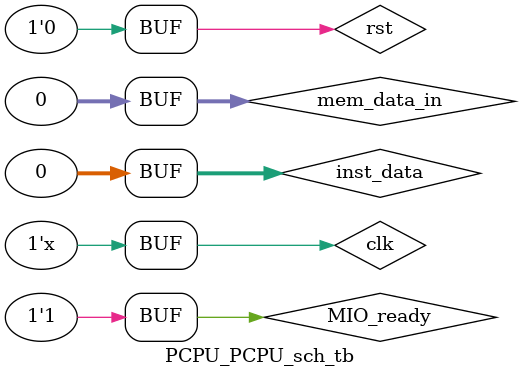
<source format=v>

`timescale 1ns / 1ps

module PCPU_PCPU_sch_tb();

// Inputs
   reg clk;
   reg rst;
   reg [31:0] inst_data;
   reg [31:0] mem_data_in;
	reg MIO_ready;

// Output
   wire mem_we;
   wire [31:0] mem_addr;
   wire [31:0] mem_data;
   wire [31:0] inst_addr;

// Bidirs

// Instantiate the UUT
   PCPU UUT (
		.clk(clk), 
		.rst(rst), 
		.MIO_ready(MIO_ready),
		.mem_we(mem_we), 
		.mem_addr(mem_addr), 
		.mem_data(mem_data), 
		.inst_addr(inst_addr), 
		.inst_data(inst_data), 
		.mem_data_in(mem_data_in)
   );
// Initialize Inputs
   initial begin
		clk = 1;
		rst = 1;
		MIO_ready = 1;
		inst_data = 0;
		mem_data_in = 0;
		#190
		rst = 0;
		#10
		/*inst_data = 32'b00000000000000000000100000100111;//nor $1, $0, $0;
		#100
		inst_data = 32'b0;
		#300
		inst_data = 32'b00000000001000010001000000100000;//add $2, $1, $1
		#100
		inst_data = 32'b0;
		#300
		inst_data = 32'b00000000000000100001100011000010;//srl $3, $2, 3
		#100
		inst_data = 32'b0;
		#300
		inst_data = 32'b00000000001000000010000000101010;//slt $4, $1, $0;
		#100
		inst_data = 32'b0;
		#300
		inst_data = 32'b10101100000001001111111111111100;//sw $4, $0(-4)
		#100
		inst_data = 32'b0;
		#300
		inst_data = 32'b10001100000001010000000000000100;//lw $5, $0(4)
		#100
		inst_data = 32'b0;
		#100
		mem_data_in = 32'h5a5a5a5a;
		#101
		mem_data_in = 32'b0;
		#99
		inst_data = 32'b00100000000001100000000000000001;//addi $6, $0, 1
		#100
		inst_data = 32'b0;
		#300
		inst_data = 32'b00111100000001111111111111111111;//lui $7, 0xffff
		#100
		inst_data = 32'b0;
		#300
		inst_data = 32'b00101000111010001111111111111111;//slti $8, $7, 0xffff = 1
		#100
		inst_data = 32'b0;*/
		/*inst_data = 32'b00100000000001100000000000000001;//addi $6, $0, 1
		#100
		inst_data = 32'b0;
		#300
		inst_data = 32'b00010000000000010000000000000010;//beq $0, $1, 2
		#100
		inst_data = 32'b0;
		#300
		inst_data = 32'b00010000000001100000000000000010;//beq $0, $6, 2
		#100
		inst_data = 32'b0;
		#300
		inst_data = 32'b00010100110000001111111111111111;//bne $6, $0, -1
		#100
		inst_data = 32'b0;
		#300
		inst_data = 32'b00010100000000011111111111111111;//bne $0, $1, -1
		#100
		inst_data = 32'b0;
		#300
		inst_data = 32'b00001000000000000000000000000001;//j 1
		#100
		inst_data = 32'b0;
		#300
		inst_data = 32'b00001100000000000000000000000100;//jal 4
		#100
		inst_data = 32'b0;
		#300
		inst_data = 32'b00000000000000000000000000001000;//jr $0
		#100
		inst_data = 32'b0;
		#300
		inst_data = 32'b00000000000000000000000000001001;//jalr $0
		#100
		inst_data = 32'b0;
		*/
		/*//Ã»ÓÐforwordµÄÁ÷Ë®Ïß²âÊÔ
		inst_data = 32'b00000000000000000000100000100111;//nor $1, $0, $0
		#100
		inst_data = 32'b00100000000000100000000000000001;//addi $2, $0, 1
		#100
		inst_data = 32'b00100000000000110000000000000010;//addi $3, $0, 2
		#100
		inst_data = 32'b00100000000001000000000000000011;//addi $4, $0, 3
		#100
		inst_data = 32'b00100000000001010000000000000100;//addi $5, $0, 4
		#100
		inst_data = 32'b0;
		*/
		/*//forward²âÊÔ
		inst_data = 32'b00000000000000000000100000100111;//nor $1, $0, $0 = $1 = ffffffff
		#100
		inst_data = 32'b00100000001000100000000000000001;//addi $2, $1, 1 = $2 = 00000000 ³ö´íÎª1
		#100
		inst_data = 32'b00100000001000110000000000000010;//addi $3, $1, 2 = $3 = 00000001 ³ö´íÎª2
		#100
		inst_data = 32'b00100000001001000000000000000011;//addi $4, $1, 3 = $4 = 00000002 ³ö´íÎª3
		#100
		inst_data = 32'b00000000010000110010100000100000;//add $5, $2, $3 = $5 = 00000001 ³ö´íÎª0
		//#100
		//inst_data = 32'b00010000011001010000000000000100;//beq $3, $5, 4  Ìø×ª£¨´ËÌõ²âÊÔÊ±ÕâÖ®ºóµÄ²âÊÔÃ»ÓÐÓÃÁË)
		#100
		inst_data = 32'b00000000100001010011000000100000;//add $6, $4, $5 = $6 = 00000003 ³ö´íÎª0
		#100
		inst_data = 32'b00100000110001100000000000000001;//addi $6, $6, 1 = $6 = 00000004 ³ö´íÎª1
		#100
		inst_data = 32'b00100000110001100000000000000001;//addi $6, $6, 1 = $6 = 00000005 ³ö´íÎª1»ò2
		#100
		inst_data = 32'b0;
		*/
		/*//stall ²âÊÔ
		inst_data = 32'b10001100000000010000000000000100;//lw $1, $0(4) = $1 = 1
		#100
		inst_data = 32'b00100000001000010000000000000001;//addi $1, $1, 1 = $1 = 2
		#100
		inst_data = 32'b00100000001000010000000000000001;//addi $1, $1, 1(stall)
		mem_data_in = 32'b1;
		
		#100
		inst_data = 32'b10101100000000011111111111111100;//sw $1, $0(-4) = mem_data = 2
		
		#1
		mem_data_in = 32'b0;
		#99
		inst_data = 32'b10001100000000010000000000000100;//lw $1, $0(4) = $1 = a5a5a5a5
		#100
		inst_data = 32'b10101100000000011111111111111100;//sw $1, $0(-4) = mem_data = a5a5a5a5
		#100
		inst_data = 32'b10101100000000011111111111111100;//sw $1, $0(-4)(stall)
		mem_data_in = 32'ha5a5a5a5;
		#100
		inst_data = 32'b0;
		#1
		mem_data_in = 32'b0;
		*/
		/*
		inst_data = 32'b10001100000000010000000000000100;//lw $1, $0(4) = $1 = 1
		#100
		inst_data = 32'b00000000001000010000100000100000;//add $1,$1,$1 = $1 = 2
		#100
		//stall
		#100
		inst_data = 32'b00000000001000010000100000100000;//add $1,$1,$1 = $1 = 4
		mem_data_in = 32'h1;
		#100
		inst_data = 32'b10101100000000011111111111111100;//sw $1, $0(-4)(stall)
		#1
		mem_data_in = 32'h0;
		#99
		inst_data = 32'b0;
		*/
		/*inst_data = 32'b00010101010010100000000000000011;//bne $10, $10, 3;
		#100
		inst_data = 32'b0;
		#100
		inst_data = 32'b00000000000000000101000000100111;//nor $10, $0, $0;
		#100
		inst_data = 32'b00000001010010100101000000100000;//add $10,$10,$10 = $10 = fffffffe
		#100
		inst_data = 32'b10101100000010101111111111111100;//sw $10, $0(-4)
		#100
		inst_data = 32'b0;
		*/
		
		inst_data = 32'b00100000000010110000000000001000;//addi $11, $0, 8
		#100
		inst_data = 32'b0;
		#100
		inst_data = 32'h1160009;//beq $t3, $s2, L01
		#100
		inst_data = 32'b0;
		#100
		inst_data = 32'b00100000000100100000000000001000;//addi $18, $0, 8
		#100
		inst_data = 32'b00010001011100100000000000001110;//beq $11, $18, E
		#100
		inst_data = 32'b0;
		
		
	end
	always @*
		#50
		clk <= ~clk;
endmodule

</source>
